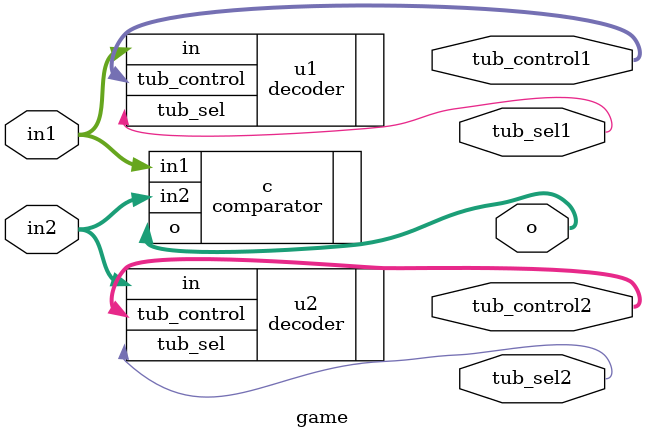
<source format=v>
`timescale 1ns / 1ps


module game(
    input [1:0] in1, in2,
    output [2:0] o,
    output tub_sel1, tub_sel2,
    output [7:0] tub_control1, tub_control2
    );
    comparator c(.in1(in1), .in2(in2), .o(o));
    decoder u1(.in(in1), .tub_sel(tub_sel1), .tub_control(tub_control1));
    decoder u2(.in(in2), .tub_sel(tub_sel2), .tub_control(tub_control2));
endmodule

</source>
